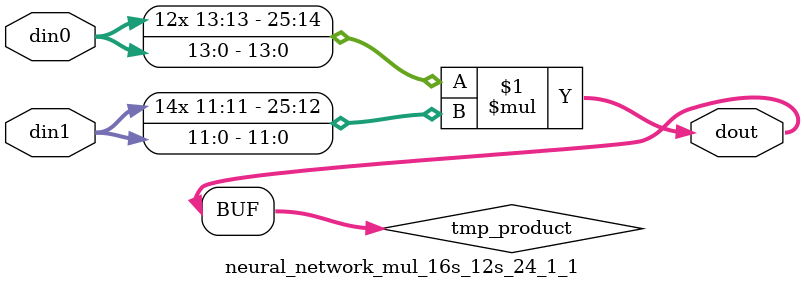
<source format=v>

`timescale 1 ns / 1 ps

  module neural_network_mul_16s_12s_24_1_1(din0, din1, dout);
parameter ID = 1;
parameter NUM_STAGE = 0;
parameter din0_WIDTH = 14;
parameter din1_WIDTH = 12;
parameter dout_WIDTH = 26;

input [din0_WIDTH - 1 : 0] din0; 
input [din1_WIDTH - 1 : 0] din1; 
output [dout_WIDTH - 1 : 0] dout;

wire signed [dout_WIDTH - 1 : 0] tmp_product;













assign tmp_product = $signed(din0) * $signed(din1);








assign dout = tmp_product;







endmodule

</source>
